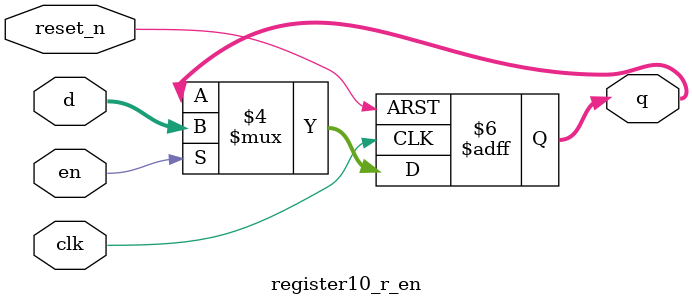
<source format=v>
module register10_r_en(q, clk, reset_n, en, d);	//10-bits reset_n / en register
	input clk, reset_n, en;
	input [9:0] d;
	output reg [9:0] q;
	
	always@(posedge clk or negedge reset_n)		//Operate when clk and reset_n is changed
	begin
		if(reset_n == 0)		q <= 10'b0;			//reset
		else if(en)				q <= d;				//store
		else						q <= q;				//write
	end
endmodule

</source>
